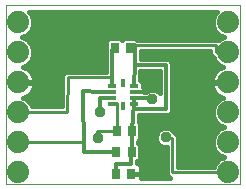
<source format=gtl>
G75*
%MOIN*%
%OFA0B0*%
%FSLAX24Y24*%
%IPPOS*%
%LPD*%
%AMOC8*
5,1,8,0,0,1.08239X$1,22.5*
%
%ADD10C,0.0000*%
%ADD11R,0.0276X0.0354*%
%ADD12R,0.0118X0.0315*%
%ADD13R,0.0315X0.0118*%
%ADD14C,0.0740*%
%ADD15C,0.0160*%
%ADD16C,0.0376*%
%ADD17C,0.0120*%
%ADD18C,0.0100*%
D10*
X000278Y000276D02*
X000278Y006265D01*
X008095Y006272D01*
X008091Y000276D01*
X000278Y000276D01*
D11*
X003952Y000635D03*
X004463Y000635D03*
X004471Y001371D03*
X003960Y001371D03*
X003975Y002060D03*
X004487Y002060D03*
X004412Y004835D03*
X003900Y004835D03*
D12*
X004176Y003643D03*
X004176Y002894D03*
D13*
X003802Y002973D03*
X003802Y003170D03*
X003802Y003367D03*
X003802Y003564D03*
X004550Y003564D03*
X004550Y003367D03*
X004550Y003170D03*
X004550Y002973D03*
D14*
X007684Y002682D03*
X007684Y003682D03*
X007684Y004682D03*
X007684Y005682D03*
X007684Y001682D03*
X007684Y000682D03*
X000684Y000682D03*
X000684Y001682D03*
X000684Y002682D03*
X000684Y003682D03*
X000684Y004682D03*
X000684Y005682D03*
D15*
X001052Y006035D02*
X007322Y006042D01*
X007252Y005971D01*
X007174Y005783D01*
X007174Y005580D01*
X007252Y005393D01*
X007395Y005250D01*
X007558Y005182D01*
X007395Y005114D01*
X007371Y005090D01*
X007361Y005100D01*
X004663Y005100D01*
X004653Y005110D01*
X004650Y005110D01*
X004608Y005153D01*
X004216Y005153D01*
X004156Y005092D01*
X004096Y005153D01*
X003705Y005153D01*
X003623Y005071D01*
X003623Y004840D01*
X003610Y004828D01*
X003610Y004826D01*
X003609Y004825D01*
X003610Y004744D01*
X003610Y004662D01*
X003611Y004661D01*
X003619Y004037D01*
X002338Y004037D01*
X002261Y004038D01*
X002260Y004037D01*
X002259Y004037D01*
X002204Y003982D01*
X002148Y003928D01*
X002148Y003927D01*
X002147Y003926D01*
X002147Y003848D01*
X002138Y002884D01*
X001152Y002884D01*
X001116Y002971D01*
X000973Y003114D01*
X000860Y003161D01*
X000895Y003172D01*
X000972Y003211D01*
X001042Y003262D01*
X001103Y003324D01*
X001154Y003394D01*
X001194Y003471D01*
X001220Y003553D01*
X001234Y003639D01*
X001234Y003662D01*
X000704Y003662D01*
X000704Y003702D01*
X001234Y003702D01*
X001234Y003725D01*
X001220Y003811D01*
X001194Y003893D01*
X001154Y003970D01*
X001103Y004040D01*
X001042Y004101D01*
X000972Y004152D01*
X000895Y004192D01*
X000860Y004203D01*
X000973Y004250D01*
X001116Y004393D01*
X001194Y004580D01*
X001194Y004783D01*
X001116Y004971D01*
X000973Y005114D01*
X000810Y005182D01*
X000973Y005250D01*
X001116Y005393D01*
X001194Y005580D01*
X001194Y005783D01*
X001116Y005971D01*
X001052Y006035D01*
X001139Y005916D02*
X007229Y005916D01*
X007174Y005758D02*
X001194Y005758D01*
X001194Y005599D02*
X007174Y005599D01*
X007232Y005441D02*
X001136Y005441D01*
X001005Y005282D02*
X007363Y005282D01*
X007417Y005124D02*
X004637Y005124D01*
X004770Y004720D02*
X007092Y004720D01*
X007092Y004687D01*
X007092Y004609D01*
X007092Y004608D01*
X007092Y004607D01*
X007147Y004552D01*
X007202Y004497D01*
X007203Y004497D01*
X007204Y004496D01*
X007209Y004496D01*
X007252Y004393D01*
X007395Y004250D01*
X007508Y004203D01*
X007473Y004192D01*
X007396Y004152D01*
X007326Y004101D01*
X007264Y004040D01*
X007214Y003970D01*
X007174Y003893D01*
X007147Y003811D01*
X007134Y003725D01*
X007134Y003702D01*
X007664Y003702D01*
X007664Y003662D01*
X007134Y003662D01*
X007134Y003639D01*
X007147Y003553D01*
X007174Y003471D01*
X007214Y003394D01*
X007264Y003324D01*
X007326Y003262D01*
X007396Y003211D01*
X007473Y003172D01*
X007508Y003161D01*
X007395Y003114D01*
X007252Y002971D01*
X007174Y002783D01*
X007174Y002580D01*
X007252Y002393D01*
X007395Y002250D01*
X007558Y002182D01*
X007395Y002114D01*
X007252Y001971D01*
X007174Y001783D01*
X007174Y001580D01*
X007252Y001393D01*
X007395Y001250D01*
X007558Y001182D01*
X007395Y001114D01*
X007252Y000971D01*
X007211Y000873D01*
X006016Y000875D01*
X006016Y001832D01*
X006018Y001907D01*
X006016Y001910D01*
X006016Y001914D01*
X005962Y001967D01*
X005911Y002022D01*
X005907Y002023D01*
X005904Y002025D01*
X005889Y002025D01*
X005887Y002029D01*
X005795Y002121D01*
X005674Y002171D01*
X005544Y002171D01*
X005423Y002121D01*
X005331Y002029D01*
X005281Y001909D01*
X005281Y001778D01*
X005331Y001657D01*
X005423Y001565D01*
X005544Y001515D01*
X005636Y001515D01*
X005636Y000686D01*
X005636Y000608D01*
X005636Y000607D01*
X005691Y000552D01*
X005736Y000506D01*
X004781Y000506D01*
X004781Y000635D01*
X004781Y000836D01*
X004769Y000881D01*
X004745Y000922D01*
X004712Y000956D01*
X004671Y000980D01*
X004664Y000981D01*
X004665Y001054D01*
X004667Y001054D01*
X004749Y001136D01*
X004749Y001606D01*
X004696Y001659D01*
X004695Y001689D01*
X004700Y001760D01*
X004765Y001825D01*
X004765Y002295D01*
X004703Y002357D01*
X004720Y002580D01*
X004883Y002580D01*
X004884Y002579D01*
X004965Y002580D01*
X005046Y002580D01*
X005048Y002582D01*
X005631Y002592D01*
X005712Y002592D01*
X005713Y002594D01*
X005715Y002594D01*
X005771Y002652D01*
X005829Y002709D01*
X005829Y002711D01*
X005830Y002713D01*
X005829Y002794D01*
X005829Y004332D01*
X005712Y004449D01*
X004770Y004449D01*
X004770Y004720D01*
X004770Y004648D02*
X007092Y004648D01*
X007212Y004490D02*
X004770Y004490D01*
X004764Y004049D02*
X005429Y004049D01*
X005429Y003310D01*
X005350Y003389D01*
X005230Y003439D01*
X005099Y003439D01*
X004978Y003389D01*
X004959Y003370D01*
X004888Y003370D01*
X004888Y003450D01*
X004875Y003495D01*
X004852Y003537D01*
X004848Y003541D01*
X004848Y003681D01*
X004766Y003763D01*
X004756Y003763D01*
X004764Y004049D01*
X004763Y004014D02*
X005429Y004014D01*
X005429Y003856D02*
X004759Y003856D01*
X004831Y003697D02*
X005429Y003697D01*
X005429Y003539D02*
X004850Y003539D01*
X004888Y003380D02*
X004969Y003380D01*
X005359Y003380D02*
X005429Y003380D01*
X005829Y003380D02*
X007223Y003380D01*
X007152Y003539D02*
X005829Y003539D01*
X005829Y003697D02*
X007664Y003697D01*
X007245Y004014D02*
X005829Y004014D01*
X005829Y004173D02*
X007435Y004173D01*
X007314Y004331D02*
X005829Y004331D01*
X005829Y003856D02*
X007162Y003856D01*
X007382Y003222D02*
X005829Y003222D01*
X005829Y003063D02*
X007344Y003063D01*
X007224Y002905D02*
X005829Y002905D01*
X005830Y002746D02*
X007174Y002746D01*
X007174Y002588D02*
X005371Y002588D01*
X005414Y002112D02*
X004765Y002112D01*
X004765Y001954D02*
X005300Y001954D01*
X005281Y001795D02*
X004735Y001795D01*
X004719Y001637D02*
X005352Y001637D01*
X005636Y001478D02*
X004749Y001478D01*
X004749Y001320D02*
X005636Y001320D01*
X005636Y001161D02*
X004749Y001161D01*
X004664Y001003D02*
X005636Y001003D01*
X005636Y000844D02*
X004779Y000844D01*
X004781Y000686D02*
X005636Y000686D01*
X005636Y000607D02*
X005636Y000607D01*
X005716Y000527D02*
X004781Y000527D01*
X004781Y000635D02*
X004463Y000635D01*
X004781Y000635D01*
X004463Y000635D02*
X004463Y000635D01*
X006016Y001003D02*
X007283Y001003D01*
X007508Y001161D02*
X006016Y001161D01*
X006016Y001320D02*
X007325Y001320D01*
X007216Y001478D02*
X006016Y001478D01*
X006016Y001637D02*
X007174Y001637D01*
X007179Y001795D02*
X006016Y001795D01*
X005976Y001954D02*
X007244Y001954D01*
X007393Y002112D02*
X005804Y002112D01*
X004765Y002271D02*
X007374Y002271D01*
X007237Y002429D02*
X004709Y002429D01*
X003617Y004173D02*
X000932Y004173D01*
X001054Y004331D02*
X003615Y004331D01*
X003613Y004490D02*
X001156Y004490D01*
X001194Y004648D02*
X003611Y004648D01*
X003609Y004807D02*
X001184Y004807D01*
X001119Y004965D02*
X003623Y004965D01*
X003676Y005124D02*
X000950Y005124D01*
X001122Y004014D02*
X002236Y004014D01*
X002147Y003856D02*
X001206Y003856D01*
X001216Y003539D02*
X002144Y003539D01*
X002143Y003380D02*
X001144Y003380D01*
X000986Y003222D02*
X002141Y003222D01*
X002139Y003063D02*
X001024Y003063D01*
X001144Y002905D02*
X002138Y002905D01*
X002146Y003697D02*
X000704Y003697D01*
X004125Y005124D02*
X004187Y005124D01*
D16*
X005184Y003851D03*
X005164Y003111D03*
X006294Y003706D03*
X005609Y001843D03*
X003428Y002686D03*
X003349Y001835D03*
X001837Y003792D03*
X001881Y005426D03*
D17*
X003810Y004745D02*
X003822Y003847D01*
X003802Y003564D01*
X003802Y003367D02*
X003381Y003371D01*
X002865Y003379D01*
X002873Y001367D01*
X003960Y001371D01*
X003948Y000954D02*
X004463Y000954D01*
X004475Y001564D01*
X004471Y001371D01*
X004495Y001694D01*
X004483Y002103D01*
X004487Y002060D01*
X004483Y002103D02*
X004550Y002973D01*
X004550Y003170D01*
X005152Y003170D01*
X005164Y003111D01*
X004893Y003371D02*
X005184Y003851D01*
X005629Y004249D02*
X004570Y004249D01*
X004550Y003564D01*
X004550Y003367D02*
X004893Y003371D01*
X004550Y002973D02*
X004550Y002780D01*
X004963Y002780D01*
X005629Y002792D01*
X005629Y004249D01*
X004570Y004249D02*
X004570Y004910D01*
X004499Y004894D01*
X004412Y004835D01*
X003900Y004835D02*
X003810Y004745D01*
X003802Y003170D02*
X003412Y003170D01*
X003428Y002686D01*
X003948Y000954D02*
X003952Y000635D01*
D18*
X002873Y001367D02*
X002873Y001686D01*
X000684Y001682D01*
X000684Y002682D02*
X000774Y002694D01*
X002326Y002694D01*
X002337Y003847D01*
X003822Y003847D01*
X003802Y002973D02*
X003975Y002981D01*
X003975Y002060D01*
X003330Y002060D01*
X003349Y001835D01*
X002873Y001824D02*
X002873Y001686D01*
X005609Y001843D02*
X005826Y001835D01*
X005826Y000686D01*
X007684Y000682D01*
X007684Y004682D02*
X007282Y004686D01*
X007282Y004910D01*
X004570Y004910D01*
M02*

</source>
